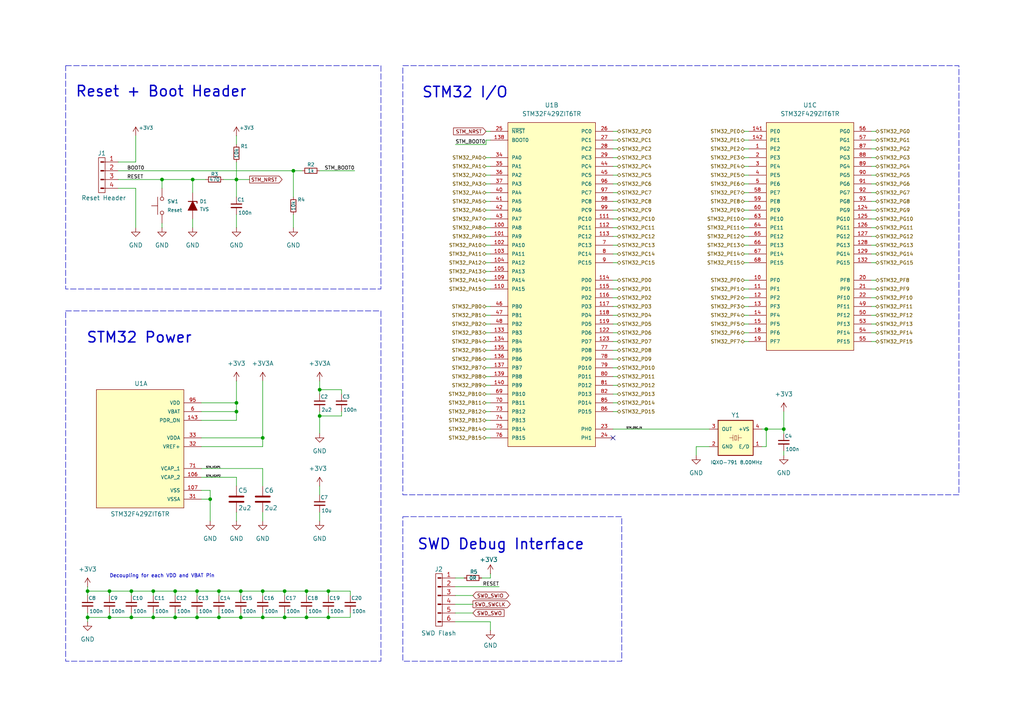
<source format=kicad_sch>
(kicad_sch (version 20250114) (generator "eeschema") (generator_version "9.0")
  (paper "A4")
  (title_block (title "LARS Hardware Interface") (date "2025-03-04") (rev "v1.0") (company "CAuDri e.V.") (comment 1 "Source: https://ohwr.org/cern_ohl_w_v2.txt") (comment 2 "A copy of the license is included in the LICENSE file.") (comment 3 "Redistribution and modifications must comply with CERN-OHL-W v2.") (comment 4 "This design is licensed under CERN Open Hardware Licence Version 2."))
  (rectangle (start 19.05 19.05) (end 110.49 83.82) (stroke (width 0) (type dash)))
  (rectangle (start 116.84 19.05) (end 278.13 143.51) (stroke (width 0) (type dash)))
  (rectangle (start 19.05 90.17) (end 110.49 191.77) (stroke (width 0) (type dash)))
  (rectangle (start 116.84 149.86) (end 180.34 191.77) (stroke (width 0) (type dash)))
  (text "Reset + Boot Header" (at 46.736 26.67 0) (effects (font (size 3.048 3.048) (thickness 0.4064) (bold yes))))
  (text "SWD Debug Interface" (at 145.288 157.988 0) (effects (font (size 3.048 3.048) (thickness 0.4064) (bold yes))))
  (text "STM32 I/O" (at 134.874 26.924 0) (effects (font (size 3.048 3.048) (thickness 0.4064) (bold yes))))
  (text "STM32 Power" (at 40.386 98.044 0) (effects (font (size 3.048 3.048) (thickness 0.4064) (bold yes))))
  (text "Decoupling for each VDD and VBAT Pin\n" (at 31.75 167.132 0) (effects (font (size 1.016 1.016)) (justify left)))
  (junction (at 92.71 113.03))
  (junction (at 95.25 179.07))
  (junction (at 82.55 179.07))
  (junction (at 63.5 179.07))
  (junction (at 76.2 179.07))
  (junction (at 82.55 171.45))
  (junction (at 46.99 52.07))
  (junction (at 63.5 171.45))
  (junction (at 50.8 179.07))
  (junction (at 60.96 144.78))
  (junction (at 55.88 52.07))
  (junction (at 88.9 179.07))
  (junction (at 25.4 171.45))
  (junction (at 38.1 171.45))
  (junction (at 25.4 179.07))
  (junction (at 68.58 52.07))
  (junction (at 50.8 171.45))
  (junction (at 68.58 119.38))
  (junction (at 95.25 171.45))
  (junction (at 222.25 124.46))
  (junction (at 31.75 179.07))
  (junction (at 92.71 120.65))
  (junction (at 44.45 171.45))
  (junction (at 227.33 124.46))
  (junction (at 85.09 49.53))
  (junction (at 88.9 171.45))
  (junction (at 68.58 116.84))
  (junction (at 76.2 171.45))
  (junction (at 76.2 127))
  (junction (at 38.1 179.07))
  (junction (at 69.85 179.07))
  (junction (at 57.15 171.45))
  (junction (at 69.85 171.45))
  (junction (at 57.15 179.07))
  (junction (at 44.45 179.07))
  (junction (at 31.75 171.45))
  (no_connect (at 177.8 127))
  (wire (pts (xy 201.93 129.54) (xy 205.74 129.54)))
  (wire (pts (xy 140.97 68.58) (xy 142.24 68.58)))
  (wire (pts (xy 254 40.64) (xy 252.73 40.64)))
  (wire (pts (xy 76.2 177.8) (xy 76.2 179.07)))
  (wire (pts (xy 68.58 110.49) (xy 68.58 116.84)))
  (wire (pts (xy 179.07 76.2) (xy 177.8 76.2)))
  (wire (pts (xy 58.42 135.89) (xy 76.2 135.89)))
  (wire (pts (xy 215.9 99.06) (xy 217.17 99.06)))
  (wire (pts (xy 140.97 93.98) (xy 142.24 93.98)))
  (wire (pts (xy 132.08 172.72) (xy 137.16 172.72)))
  (wire (pts (xy 215.9 86.36) (xy 217.17 86.36)))
  (wire (pts (xy 82.55 177.8) (xy 82.55 179.07)))
  (wire (pts (xy 179.07 116.84) (xy 177.8 116.84)))
  (wire (pts (xy 179.07 40.64) (xy 177.8 40.64)))
  (wire (pts (xy 179.07 66.04) (xy 177.8 66.04)))
  (wire (pts (xy 254 81.28) (xy 252.73 81.28)))
  (wire (pts (xy 140.97 73.66) (xy 142.24 73.66)))
  (wire (pts (xy 101.6 179.07) (xy 101.6 177.8)))
  (wire (pts (xy 179.07 38.1) (xy 177.8 38.1)))
  (wire (pts (xy 95.25 179.07) (xy 95.25 177.8)))
  (wire (pts (xy 179.07 55.88) (xy 177.8 55.88)))
  (wire (pts (xy 58.42 144.78) (xy 60.96 144.78)))
  (wire (pts (xy 179.07 96.52) (xy 177.8 96.52)))
  (wire (pts (xy 38.1 179.07) (xy 44.45 179.07)))
  (wire (pts (xy 215.9 53.34) (xy 217.17 53.34)))
  (wire (pts (xy 132.08 175.26) (xy 137.16 175.26)))
  (wire (pts (xy 76.2 148.59) (xy 76.2 151.13)))
  (wire (pts (xy 220.98 124.46) (xy 222.25 124.46)))
  (wire (pts (xy 179.07 111.76) (xy 177.8 111.76)))
  (wire (pts (xy 179.07 109.22) (xy 177.8 109.22)))
  (wire (pts (xy 254 63.5) (xy 252.73 63.5)))
  (wire (pts (xy 215.9 38.1) (xy 217.17 38.1)))
  (wire (pts (xy 140.97 45.72) (xy 142.24 45.72)))
  (wire (pts (xy 254 99.06) (xy 252.73 99.06)))
  (wire (pts (xy 88.9 179.07) (xy 88.9 177.8)))
  (wire (pts (xy 25.4 179.07) (xy 31.75 179.07)))
  (wire (pts (xy 179.07 43.18) (xy 177.8 43.18)))
  (wire (pts (xy 215.9 73.66) (xy 217.17 73.66)))
  (wire (pts (xy 254 53.34) (xy 252.73 53.34)))
  (wire (pts (xy 39.37 54.61) (xy 34.29 54.61)))
  (wire (pts (xy 55.88 66.04) (xy 55.88 63.5)))
  (wire (pts (xy 38.1 177.8) (xy 38.1 179.07)))
  (wire (pts (xy 50.8 179.07) (xy 57.15 179.07)))
  (wire (pts (xy 60.96 151.13) (xy 60.96 144.78)))
  (wire (pts (xy 140.97 60.96) (xy 142.24 60.96)))
  (wire (pts (xy 215.9 68.58) (xy 217.17 68.58)))
  (wire (pts (xy 140.97 121.92) (xy 142.24 121.92)))
  (wire (pts (xy 95.25 179.07) (xy 101.6 179.07)))
  (wire (pts (xy 50.8 172.72) (xy 50.8 171.45)))
  (wire (pts (xy 140.97 63.5) (xy 142.24 63.5)))
  (wire (pts (xy 140.97 104.14) (xy 142.24 104.14)))
  (wire (pts (xy 50.8 177.8) (xy 50.8 179.07)))
  (wire (pts (xy 179.07 58.42) (xy 177.8 58.42)))
  (wire (pts (xy 142.24 180.34) (xy 142.24 182.88)))
  (wire (pts (xy 227.33 132.08) (xy 227.33 130.81)))
  (wire (pts (xy 222.25 129.54) (xy 220.98 129.54)))
  (wire (pts (xy 254 58.42) (xy 252.73 58.42)))
  (wire (pts (xy 179.07 71.12) (xy 177.8 71.12)))
  (wire (pts (xy 215.9 45.72) (xy 217.17 45.72)))
  (wire (pts (xy 68.58 46.99) (xy 68.58 52.07)))
  (wire (pts (xy 25.4 171.45) (xy 31.75 171.45)))
  (wire (pts (xy 132.08 180.34) (xy 142.24 180.34)))
  (wire (pts (xy 58.42 116.84) (xy 68.58 116.84)))
  (wire (pts (xy 254 73.66) (xy 252.73 73.66)))
  (wire (pts (xy 82.55 179.07) (xy 88.9 179.07)))
  (wire (pts (xy 88.9 171.45) (xy 88.9 172.72)))
  (wire (pts (xy 254 50.8) (xy 252.73 50.8)))
  (wire (pts (xy 179.07 63.5) (xy 177.8 63.5)))
  (wire (pts (xy 140.97 81.28) (xy 142.24 81.28)))
  (wire (pts (xy 215.9 76.2) (xy 217.17 76.2)))
  (wire (pts (xy 140.97 96.52) (xy 142.24 96.52)))
  (wire (pts (xy 92.71 148.59) (xy 92.71 151.13)))
  (wire (pts (xy 179.07 114.3) (xy 177.8 114.3)))
  (wire (pts (xy 85.09 49.53) (xy 87.63 49.53)))
  (wire (pts (xy 68.58 119.38) (xy 68.58 121.92)))
  (wire (pts (xy 215.9 66.04) (xy 217.17 66.04)))
  (wire (pts (xy 31.75 172.72) (xy 31.75 171.45)))
  (wire (pts (xy 76.2 140.97) (xy 76.2 135.89)))
  (wire (pts (xy 140.97 124.46) (xy 142.24 124.46)))
  (wire (pts (xy 38.1 172.72) (xy 38.1 171.45)))
  (wire (pts (xy 25.4 172.72) (xy 25.4 171.45)))
  (wire (pts (xy 132.08 41.91) (xy 140.97 41.91)))
  (wire (pts (xy 140.97 109.22) (xy 142.24 109.22)))
  (wire (pts (xy 25.4 179.07) (xy 25.4 180.34)))
  (wire (pts (xy 179.07 119.38) (xy 177.8 119.38)))
  (wire (pts (xy 76.2 179.07) (xy 82.55 179.07)))
  (wire (pts (xy 222.25 124.46) (xy 227.33 124.46)))
  (wire (pts (xy 254 48.26) (xy 252.73 48.26)))
  (wire (pts (xy 69.85 171.45) (xy 76.2 171.45)))
  (wire (pts (xy 140.97 88.9) (xy 142.24 88.9)))
  (wire (pts (xy 140.97 78.74) (xy 142.24 78.74)))
  (wire (pts (xy 254 93.98) (xy 252.73 93.98)))
  (wire (pts (xy 85.09 49.53) (xy 85.09 57.15)))
  (wire (pts (xy 215.9 60.96) (xy 217.17 60.96)))
  (wire (pts (xy 179.07 50.8) (xy 177.8 50.8)))
  (wire (pts (xy 68.58 52.07) (xy 68.58 57.15)))
  (wire (pts (xy 55.88 52.07) (xy 59.69 52.07)))
  (wire (pts (xy 140.97 66.04) (xy 142.24 66.04)))
  (wire (pts (xy 57.15 172.72) (xy 57.15 171.45)))
  (wire (pts (xy 179.07 101.6) (xy 177.8 101.6)))
  (wire (pts (xy 179.07 68.58) (xy 177.8 68.58)))
  (wire (pts (xy 179.07 45.72) (xy 177.8 45.72)))
  (wire (pts (xy 132.08 170.18) (xy 144.78 170.18)))
  (wire (pts (xy 215.9 93.98) (xy 217.17 93.98)))
  (wire (pts (xy 44.45 179.07) (xy 50.8 179.07)))
  (wire (pts (xy 179.07 73.66) (xy 177.8 73.66)))
  (wire (pts (xy 201.93 129.54) (xy 201.93 132.08)))
  (wire (pts (xy 215.9 96.52) (xy 217.17 96.52)))
  (wire (pts (xy 76.2 110.49) (xy 76.2 127)))
  (wire (pts (xy 60.96 144.78) (xy 60.96 142.24)))
  (wire (pts (xy 254 83.82) (xy 252.73 83.82)))
  (wire (pts (xy 92.71 120.65) (xy 92.71 125.73)))
  (wire (pts (xy 179.07 106.68) (xy 177.8 106.68)))
  (wire (pts (xy 254 66.04) (xy 252.73 66.04)))
  (wire (pts (xy 99.06 119.38) (xy 99.06 120.65)))
  (wire (pts (xy 68.58 39.37) (xy 68.58 41.91)))
  (wire (pts (xy 140.97 40.64) (xy 142.24 40.64)))
  (wire (pts (xy 57.15 177.8) (xy 57.15 179.07)))
  (wire (pts (xy 140.97 111.76) (xy 142.24 111.76)))
  (wire (pts (xy 38.1 171.45) (xy 44.45 171.45)))
  (wire (pts (xy 34.29 52.07) (xy 46.99 52.07)))
  (wire (pts (xy 57.15 179.07) (xy 63.5 179.07)))
  (wire (pts (xy 55.88 55.88) (xy 55.88 52.07)))
  (wire (pts (xy 227.33 125.73) (xy 227.33 124.46)))
  (wire (pts (xy 140.97 48.26) (xy 142.24 48.26)))
  (wire (pts (xy 69.85 171.45) (xy 69.85 172.72)))
  (wire (pts (xy 215.9 48.26) (xy 217.17 48.26)))
  (wire (pts (xy 68.58 62.23) (xy 68.58 66.04)))
  (wire (pts (xy 140.97 55.88) (xy 142.24 55.88)))
  (wire (pts (xy 31.75 179.07) (xy 38.1 179.07)))
  (wire (pts (xy 82.55 171.45) (xy 88.9 171.45)))
  (wire (pts (xy 132.08 177.8) (xy 137.16 177.8)))
  (wire (pts (xy 215.9 91.44) (xy 217.17 91.44)))
  (wire (pts (xy 63.5 171.45) (xy 69.85 171.45)))
  (wire (pts (xy 58.42 127) (xy 76.2 127)))
  (wire (pts (xy 179.07 88.9) (xy 177.8 88.9)))
  (wire (pts (xy 215.9 55.88) (xy 217.17 55.88)))
  (wire (pts (xy 76.2 127) (xy 76.2 129.54)))
  (wire (pts (xy 140.97 53.34) (xy 142.24 53.34)))
  (wire (pts (xy 58.42 138.43) (xy 68.58 138.43)))
  (wire (pts (xy 254 86.36) (xy 252.73 86.36)))
  (wire (pts (xy 57.15 171.45) (xy 63.5 171.45)))
  (wire (pts (xy 215.9 63.5) (xy 217.17 63.5)))
  (wire (pts (xy 215.9 40.64) (xy 217.17 40.64)))
  (wire (pts (xy 63.5 177.8) (xy 63.5 179.07)))
  (wire (pts (xy 140.97 116.84) (xy 142.24 116.84)))
  (wire (pts (xy 44.45 177.8) (xy 44.45 179.07)))
  (wire (pts (xy 134.62 167.64) (xy 132.08 167.64)))
  (wire (pts (xy 25.4 171.45) (xy 25.4 170.18)))
  (wire (pts (xy 179.07 93.98) (xy 177.8 93.98)))
  (wire (pts (xy 140.97 127) (xy 142.24 127)))
  (wire (pts (xy 34.29 49.53) (xy 85.09 49.53)))
  (wire (pts (xy 179.07 104.14) (xy 177.8 104.14)))
  (wire (pts (xy 95.25 171.45) (xy 95.25 172.72)))
  (wire (pts (xy 254 91.44) (xy 252.73 91.44)))
  (wire (pts (xy 68.58 52.07) (xy 72.39 52.07)))
  (wire (pts (xy 227.33 119.38) (xy 227.33 124.46)))
  (wire (pts (xy 215.9 58.42) (xy 217.17 58.42)))
  (wire (pts (xy 254 96.52) (xy 252.73 96.52)))
  (wire (pts (xy 25.4 177.8) (xy 25.4 179.07)))
  (wire (pts (xy 215.9 83.82) (xy 217.17 83.82)))
  (wire (pts (xy 254 55.88) (xy 252.73 55.88)))
  (wire (pts (xy 95.25 171.45) (xy 101.6 171.45)))
  (wire (pts (xy 92.71 110.49) (xy 92.71 113.03)))
  (wire (pts (xy 179.07 81.28) (xy 177.8 81.28)))
  (wire (pts (xy 82.55 172.72) (xy 82.55 171.45)))
  (wire (pts (xy 46.99 64.77) (xy 46.99 66.04)))
  (wire (pts (xy 46.99 52.07) (xy 55.88 52.07)))
  (wire (pts (xy 254 43.18) (xy 252.73 43.18)))
  (wire (pts (xy 140.97 38.1) (xy 142.24 38.1)))
  (wire (pts (xy 68.58 138.43) (xy 68.58 140.97)))
  (wire (pts (xy 88.9 179.07) (xy 95.25 179.07)))
  (wire (pts (xy 58.42 129.54) (xy 76.2 129.54)))
  (wire (pts (xy 101.6 171.45) (xy 101.6 172.72)))
  (wire (pts (xy 92.71 120.65) (xy 99.06 120.65)))
  (wire (pts (xy 92.71 113.03) (xy 99.06 113.03)))
  (wire (pts (xy 179.07 53.34) (xy 177.8 53.34)))
  (wire (pts (xy 58.42 142.24) (xy 60.96 142.24)))
  (wire (pts (xy 92.71 113.03) (xy 92.71 114.3)))
  (wire (pts (xy 140.97 91.44) (xy 142.24 91.44)))
  (wire (pts (xy 215.9 81.28) (xy 217.17 81.28)))
  (wire (pts (xy 92.71 140.97) (xy 92.71 143.51)))
  (wire (pts (xy 85.09 62.23) (xy 85.09 66.04)))
  (wire (pts (xy 63.5 179.07) (xy 69.85 179.07)))
  (wire (pts (xy 179.07 60.96) (xy 177.8 60.96)))
  (wire (pts (xy 140.97 83.82) (xy 142.24 83.82)))
  (wire (pts (xy 50.8 171.45) (xy 57.15 171.45)))
  (wire (pts (xy 63.5 172.72) (xy 63.5 171.45)))
  (wire (pts (xy 68.58 148.59) (xy 68.58 151.13)))
  (wire (pts (xy 44.45 172.72) (xy 44.45 171.45)))
  (wire (pts (xy 142.24 166.37) (xy 142.24 167.64)))
  (wire (pts (xy 177.8 124.46) (xy 205.74 124.46)))
  (wire (pts (xy 44.45 171.45) (xy 50.8 171.45)))
  (wire (pts (xy 39.37 46.99) (xy 34.29 46.99)))
  (wire (pts (xy 140.97 99.06) (xy 142.24 99.06)))
  (wire (pts (xy 92.71 119.38) (xy 92.71 120.65)))
  (wire (pts (xy 140.97 50.8) (xy 142.24 50.8)))
  (wire (pts (xy 254 76.2) (xy 252.73 76.2)))
  (wire (pts (xy 254 60.96) (xy 252.73 60.96)))
  (wire (pts (xy 215.9 88.9) (xy 217.17 88.9)))
  (wire (pts (xy 76.2 171.45) (xy 82.55 171.45)))
  (wire (pts (xy 179.07 86.36) (xy 177.8 86.36)))
  (wire (pts (xy 39.37 66.04) (xy 39.37 54.61)))
  (wire (pts (xy 179.07 91.44) (xy 177.8 91.44)))
  (wire (pts (xy 179.07 48.26) (xy 177.8 48.26)))
  (wire (pts (xy 140.97 41.91) (xy 140.97 40.64)))
  (wire (pts (xy 69.85 179.07) (xy 69.85 177.8)))
  (wire (pts (xy 68.58 116.84) (xy 68.58 119.38)))
  (wire (pts (xy 31.75 171.45) (xy 38.1 171.45)))
  (wire (pts (xy 215.9 50.8) (xy 217.17 50.8)))
  (wire (pts (xy 46.99 52.07) (xy 46.99 54.61)))
  (wire (pts (xy 140.97 71.12) (xy 142.24 71.12)))
  (wire (pts (xy 88.9 171.45) (xy 95.25 171.45)))
  (wire (pts (xy 215.9 71.12) (xy 217.17 71.12)))
  (wire (pts (xy 254 38.1) (xy 252.73 38.1)))
  (wire (pts (xy 254 68.58) (xy 252.73 68.58)))
  (wire (pts (xy 69.85 179.07) (xy 76.2 179.07)))
  (wire (pts (xy 76.2 172.72) (xy 76.2 171.45)))
  (wire (pts (xy 140.97 76.2) (xy 142.24 76.2)))
  (wire (pts (xy 140.97 106.68) (xy 142.24 106.68)))
  (wire (pts (xy 140.97 101.6) (xy 142.24 101.6)))
  (wire (pts (xy 179.07 83.82) (xy 177.8 83.82)))
  (wire (pts (xy 31.75 177.8) (xy 31.75 179.07)))
  (wire (pts (xy 254 45.72) (xy 252.73 45.72)))
  (wire (pts (xy 140.97 114.3) (xy 142.24 114.3)))
  (wire (pts (xy 140.97 119.38) (xy 142.24 119.38)))
  (wire (pts (xy 58.42 119.38) (xy 68.58 119.38)))
  (wire (pts (xy 215.9 43.18) (xy 217.17 43.18)))
  (wire (pts (xy 64.77 52.07) (xy 68.58 52.07)))
  (wire (pts (xy 92.71 49.53) (xy 102.87 49.53)))
  (wire (pts (xy 140.97 58.42) (xy 142.24 58.42)))
  (wire (pts (xy 179.07 99.06) (xy 177.8 99.06)))
  (wire (pts (xy 142.24 167.64) (xy 139.7 167.64)))
  (wire (pts (xy 254 71.12) (xy 252.73 71.12)))
  (wire (pts (xy 99.06 114.3) (xy 99.06 113.03)))
  (wire (pts (xy 58.42 121.92) (xy 68.58 121.92)))
  (wire (pts (xy 254 88.9) (xy 252.73 88.9)))
  (wire (pts (xy 222.25 124.46) (xy 222.25 129.54)))
  (wire (pts (xy 39.37 39.37) (xy 39.37 46.99)))
  (label "STM_BOOT0" (at 132.08 41.91 0) (effects (font (size 1.016 1.016))))
  (label "STM_VCAP1" (at 59.69 135.89 0) (effects (font (size 0.508 0.508))))
  (label "RESET" (at 36.83 52.07 0) (effects (font (size 1.016 1.016))))
  (label "STM_OSC_IN" (at 181.61 124.46 0) (effects (font (size 0.508 0.508))))
  (label "STM_VCAP2" (at 59.69 138.43 0) (effects (font (size 0.508 0.508))))
  (label "STM_BOOT0" (at 102.87 49.53 180) (effects (font (size 1.016 1.016))))
  (label "BOOT0" (at 36.83 49.53 0) (effects (font (size 1.016 1.016))))
  (label "RESET" (at 144.78 170.18 180) (effects (font (size 1.016 1.016))))
  (global_label "SWD_SWIO" (shape bidirectional) (at 137.16 172.72 0) (effects (font (size 1.016 1.016))) (property "Intersheetrefs" "${INTERSHEET_REFS}" (effects (hide yes))))
  (global_label "SWD_SWCLK" (shape output) (at 137.16 175.26 0) (effects (font (size 1.016 1.016))) (property "Intersheetrefs" "${INTERSHEET_REFS}" (effects (hide yes))))
  (global_label "SWD_SWO" (shape input) (at 137.16 177.8 0) (effects (font (size 1.016 1.016))) (property "Intersheetrefs" "${INTERSHEET_REFS}" (effects (hide yes))))
  (global_label "STM_NRST" (shape input) (at 140.97 38.1 180) (effects (font (size 1.016 1.016))) (property "Intersheetrefs" "${INTERSHEET_REFS}" (effects (hide yes))))
  (global_label "STM_NRST" (shape output) (at 72.39 52.07 0) (effects (font (size 1.016 1.016))) (property "Intersheetrefs" "${INTERSHEET_REFS}" (effects (hide yes))))
  (hierarchical_label "STM32_PD7" (shape bidirectional) (at 179.07 99.06 0) (effects (font (size 1.016 1.016))))
  (hierarchical_label "STM32_PG4" (shape bidirectional) (at 254 48.26 0) (effects (font (size 1.016 1.016))))
  (hierarchical_label "STM32_PB2" (shape bidirectional) (at 140.97 93.98 180) (effects (font (size 1.016 1.016))))
  (hierarchical_label "STM32_PG10" (shape bidirectional) (at 254 63.5 0) (effects (font (size 1.016 1.016))))
  (hierarchical_label "STM32_PB14" (shape bidirectional) (at 140.97 124.46 180) (effects (font (size 1.016 1.016))))
  (hierarchical_label "STM32_PD5" (shape bidirectional) (at 179.07 93.98 0) (effects (font (size 1.016 1.016))))
  (hierarchical_label "STM32_PA0" (shape bidirectional) (at 140.97 45.72 180) (effects (font (size 1.016 1.016))))
  (hierarchical_label "STM32_PD2" (shape bidirectional) (at 179.07 86.36 0) (effects (font (size 1.016 1.016))))
  (hierarchical_label "STM32_PG14" (shape bidirectional) (at 254 73.66 0) (effects (font (size 1.016 1.016))))
  (hierarchical_label "STM32_PD15" (shape bidirectional) (at 179.07 119.38 0) (effects (font (size 1.016 1.016))))
  (hierarchical_label "STM32_PC15" (shape bidirectional) (at 179.07 76.2 0) (effects (font (size 1.016 1.016))))
  (hierarchical_label "STM32_PE10" (shape bidirectional) (at 215.9 63.5 180) (effects (font (size 1.016 1.016))))
  (hierarchical_label "STM32_PA8" (shape bidirectional) (at 140.97 66.04 180) (effects (font (size 1.016 1.016))))
  (hierarchical_label "STM32_PA7" (shape bidirectional) (at 140.97 63.5 180) (effects (font (size 1.016 1.016))))
  (hierarchical_label "STM32_PC1" (shape bidirectional) (at 179.07 40.64 0) (effects (font (size 1.016 1.016))))
  (hierarchical_label "STM32_PD0" (shape bidirectional) (at 179.07 81.28 0) (effects (font (size 1.016 1.016))))
  (hierarchical_label "STM32_PE9" (shape bidirectional) (at 215.9 60.96 180) (effects (font (size 1.016 1.016))))
  (hierarchical_label "STM32_PG5" (shape bidirectional) (at 254 50.8 0) (effects (font (size 1.016 1.016))))
  (hierarchical_label "STM32_PC10" (shape bidirectional) (at 179.07 63.5 0) (effects (font (size 1.016 1.016))))
  (hierarchical_label "STM32_PB4" (shape bidirectional) (at 140.97 99.06 180) (effects (font (size 1.016 1.016))))
  (hierarchical_label "STM32_PD8" (shape bidirectional) (at 179.07 101.6 0) (effects (font (size 1.016 1.016))))
  (hierarchical_label "STM32_PD4" (shape bidirectional) (at 179.07 91.44 0) (effects (font (size 1.016 1.016))))
  (hierarchical_label "STM32_PF1" (shape bidirectional) (at 215.9 83.82 180) (effects (font (size 1.016 1.016))))
  (hierarchical_label "STM32_PG15" (shape bidirectional) (at 254 76.2 0) (effects (font (size 1.016 1.016))))
  (hierarchical_label "STM32_PC2" (shape bidirectional) (at 179.07 43.18 0) (effects (font (size 1.016 1.016))))
  (hierarchical_label "STM32_PD10" (shape bidirectional) (at 179.07 106.68 0) (effects (font (size 1.016 1.016))))
  (hierarchical_label "STM32_PF12" (shape bidirectional) (at 254 91.44 0) (effects (font (size 1.016 1.016))))
  (hierarchical_label "STM32_PE4" (shape bidirectional) (at 215.9 48.26 180) (effects (font (size 1.016 1.016))))
  (hierarchical_label "STM32_PE12" (shape bidirectional) (at 215.9 68.58 180) (effects (font (size 1.016 1.016))))
  (hierarchical_label "STM32_PC12" (shape bidirectional) (at 179.07 68.58 0) (effects (font (size 1.016 1.016))))
  (hierarchical_label "STM32_PE2" (shape bidirectional) (at 215.9 43.18 180) (effects (font (size 1.016 1.016))))
  (hierarchical_label "STM32_PC14" (shape bidirectional) (at 179.07 73.66 0) (effects (font (size 1.016 1.016))))
  (hierarchical_label "STM32_PA10" (shape bidirectional) (at 140.97 71.12 180) (effects (font (size 1.016 1.016))))
  (hierarchical_label "STM32_PC13" (shape bidirectional) (at 179.07 71.12 0) (effects (font (size 1.016 1.016))))
  (hierarchical_label "STM32_PA2" (shape bidirectional) (at 140.97 50.8 180) (effects (font (size 1.016 1.016))))
  (hierarchical_label "STM32_PG7" (shape bidirectional) (at 254 55.88 0) (effects (font (size 1.016 1.016))))
  (hierarchical_label "STM32_PE6" (shape bidirectional) (at 215.9 53.34 180) (effects (font (size 1.016 1.016))))
  (hierarchical_label "STM32_PA4" (shape bidirectional) (at 140.97 55.88 180) (effects (font (size 1.016 1.016))))
  (hierarchical_label "STM32_PE8" (shape bidirectional) (at 215.9 58.42 180) (effects (font (size 1.016 1.016))))
  (hierarchical_label "STM32_PA11" (shape bidirectional) (at 140.97 73.66 180) (effects (font (size 1.016 1.016))))
  (hierarchical_label "STM32_PA15" (shape bidirectional) (at 140.97 83.82 180) (effects (font (size 1.016 1.016))))
  (hierarchical_label "STM32_PC4" (shape bidirectional) (at 179.07 48.26 0) (effects (font (size 1.016 1.016))))
  (hierarchical_label "STM32_PB10" (shape bidirectional) (at 140.97 114.3 180) (effects (font (size 1.016 1.016))))
  (hierarchical_label "STM32_PC9" (shape bidirectional) (at 179.07 60.96 0) (effects (font (size 1.016 1.016))))
  (hierarchical_label "STM32_PE13" (shape bidirectional) (at 215.9 71.12 180) (effects (font (size 1.016 1.016))))
  (hierarchical_label "STM32_PE0" (shape bidirectional) (at 215.9 38.1 180) (effects (font (size 1.016 1.016))))
  (hierarchical_label "STM32_PC11" (shape bidirectional) (at 179.07 66.04 0) (effects (font (size 1.016 1.016))))
  (hierarchical_label "STM32_PE7" (shape bidirectional) (at 215.9 55.88 180) (effects (font (size 1.016 1.016))))
  (hierarchical_label "STM32_PB15" (shape bidirectional) (at 140.97 127 180) (effects (font (size 1.016 1.016))))
  (hierarchical_label "STM32_PB11" (shape bidirectional) (at 140.97 116.84 180) (effects (font (size 1.016 1.016))))
  (hierarchical_label "STM32_PC8" (shape bidirectional) (at 179.07 58.42 0) (effects (font (size 1.016 1.016))))
  (hierarchical_label "STM32_PA5" (shape bidirectional) (at 140.97 58.42 180) (effects (font (size 1.016 1.016))))
  (hierarchical_label "STM32_PD3" (shape bidirectional) (at 179.07 88.9 0) (effects (font (size 1.016 1.016))))
  (hierarchical_label "STM32_PG2" (shape bidirectional) (at 254 43.18 0) (effects (font (size 1.016 1.016))))
  (hierarchical_label "STM32_PC7" (shape bidirectional) (at 179.07 55.88 0) (effects (font (size 1.016 1.016))))
  (hierarchical_label "STM32_PE14" (shape bidirectional) (at 215.9 73.66 180) (effects (font (size 1.016 1.016))))
  (hierarchical_label "STM32_PF5" (shape bidirectional) (at 215.9 93.98 180) (effects (font (size 1.016 1.016))))
  (hierarchical_label "STM32_PA1" (shape bidirectional) (at 140.97 48.26 180) (effects (font (size 1.016 1.016))))
  (hierarchical_label "STM32_PA6" (shape bidirectional) (at 140.97 60.96 180) (effects (font (size 1.016 1.016))))
  (hierarchical_label "STM32_PA12" (shape bidirectional) (at 140.97 76.2 180) (effects (font (size 1.016 1.016))))
  (hierarchical_label "STM32_PB9" (shape bidirectional) (at 140.97 111.76 180) (effects (font (size 1.016 1.016))))
  (hierarchical_label "STM32_PA13" (shape bidirectional) (at 140.97 78.74 180) (effects (font (size 1.016 1.016))))
  (hierarchical_label "STM32_PF13" (shape bidirectional) (at 254 93.98 0) (effects (font (size 1.016 1.016))))
  (hierarchical_label "STM32_PE5" (shape bidirectional) (at 215.9 50.8 180) (effects (font (size 1.016 1.016))))
  (hierarchical_label "STM32_PB3" (shape bidirectional) (at 140.97 96.52 180) (effects (font (size 1.016 1.016))))
  (hierarchical_label "STM32_PG0" (shape bidirectional) (at 254 38.1 0) (effects (font (size 1.016 1.016))))
  (hierarchical_label "STM32_PB0" (shape bidirectional) (at 140.97 88.9 180) (effects (font (size 1.016 1.016))))
  (hierarchical_label "STM32_PC5" (shape bidirectional) (at 179.07 50.8 0) (effects (font (size 1.016 1.016))))
  (hierarchical_label "STM32_PA3" (shape bidirectional) (at 140.97 53.34 180) (effects (font (size 1.016 1.016))))
  (hierarchical_label "STM32_PB12" (shape bidirectional) (at 140.97 119.38 180) (effects (font (size 1.016 1.016))))
  (hierarchical_label "STM32_PB6" (shape bidirectional) (at 140.97 104.14 180) (effects (font (size 1.016 1.016))))
  (hierarchical_label "STM32_PG9" (shape bidirectional) (at 254 60.96 0) (effects (font (size 1.016 1.016))))
  (hierarchical_label "STM32_PG3" (shape bidirectional) (at 254 45.72 0) (effects (font (size 1.016 1.016))))
  (hierarchical_label "STM32_PF0" (shape bidirectional) (at 215.9 81.28 180) (effects (font (size 1.016 1.016))))
  (hierarchical_label "STM32_PC0" (shape bidirectional) (at 179.07 38.1 0) (effects (font (size 1.016 1.016))))
  (hierarchical_label "STM32_PF4" (shape bidirectional) (at 215.9 91.44 180) (effects (font (size 1.016 1.016))))
  (hierarchical_label "STM32_PC6" (shape bidirectional) (at 179.07 53.34 0) (effects (font (size 1.016 1.016))))
  (hierarchical_label "STM32_PD14" (shape bidirectional) (at 179.07 116.84 0) (effects (font (size 1.016 1.016))))
  (hierarchical_label "STM32_PF8" (shape bidirectional) (at 254 81.28 0) (effects (font (size 1.016 1.016))))
  (hierarchical_label "STM32_PB8" (shape bidirectional) (at 140.97 109.22 180) (effects (font (size 1.016 1.016))))
  (hierarchical_label "STM32_PD12" (shape bidirectional) (at 179.07 111.76 0) (effects (font (size 1.016 1.016))))
  (hierarchical_label "STM32_PF9" (shape bidirectional) (at 254 83.82 0) (effects (font (size 1.016 1.016))))
  (hierarchical_label "STM32_PD6" (shape bidirectional) (at 179.07 96.52 0) (effects (font (size 1.016 1.016))))
  (hierarchical_label "STM32_PF2" (shape bidirectional) (at 215.9 86.36 180) (effects (font (size 1.016 1.016))))
  (hierarchical_label "STM32_PD9" (shape bidirectional) (at 179.07 104.14 0) (effects (font (size 1.016 1.016))))
  (hierarchical_label "STM32_PC3" (shape bidirectional) (at 179.07 45.72 0) (effects (font (size 1.016 1.016))))
  (hierarchical_label "STM32_PF10" (shape bidirectional) (at 254 86.36 0) (effects (font (size 1.016 1.016))))
  (hierarchical_label "STM32_PG1" (shape bidirectional) (at 254 40.64 0) (effects (font (size 1.016 1.016))))
  (hierarchical_label "STM32_PB1" (shape bidirectional) (at 140.97 91.44 180) (effects (font (size 1.016 1.016))))
  (hierarchical_label "STM32_PD1" (shape bidirectional) (at 179.07 83.82 0) (effects (font (size 1.016 1.016))))
  (hierarchical_label "STM32_PE1" (shape bidirectional) (at 215.9 40.64 180) (effects (font (size 1.016 1.016))))
  (hierarchical_label "STM32_PF3" (shape bidirectional) (at 215.9 88.9 180) (effects (font (size 1.016 1.016))))
  (hierarchical_label "STM32_PG8" (shape bidirectional) (at 254 58.42 0) (effects (font (size 1.016 1.016))))
  (hierarchical_label "STM32_PE3" (shape bidirectional) (at 215.9 45.72 180) (effects (font (size 1.016 1.016))))
  (hierarchical_label "STM32_PB5" (shape bidirectional) (at 140.97 101.6 180) (effects (font (size 1.016 1.016))))
  (hierarchical_label "STM32_PG12" (shape bidirectional) (at 254 68.58 0) (effects (font (size 1.016 1.016))))
  (hierarchical_label "STM32_PG6" (shape bidirectional) (at 254 53.34 0) (effects (font (size 1.016 1.016))))
  (hierarchical_label "STM32_PF14" (shape bidirectional) (at 254 96.52 0) (effects (font (size 1.016 1.016))))
  (hierarchical_label "STM32_PF11" (shape bidirectional) (at 254 88.9 0) (effects (font (size 1.016 1.016))))
  (hierarchical_label "STM32_PE11" (shape bidirectional) (at 215.9 66.04 180) (effects (font (size 1.016 1.016))))
  (hierarchical_label "STM32_PB7" (shape bidirectional) (at 140.97 106.68 180) (effects (font (size 1.016 1.016))))
  (hierarchical_label "STM32_PE15" (shape bidirectional) (at 215.9 76.2 180) (effects (font (size 1.016 1.016))))
  (hierarchical_label "STM32_PG11" (shape bidirectional) (at 254 66.04 0) (effects (font (size 1.016 1.016))))
  (hierarchical_label "STM32_PA14" (shape bidirectional) (at 140.97 81.28 180) (effects (font (size 1.016 1.016))))
  (hierarchical_label "STM32_PG13" (shape bidirectional) (at 254 71.12 0) (effects (font (size 1.016 1.016))))
  (hierarchical_label "STM32_PF7" (shape bidirectional) (at 215.9 99.06 180) (effects (font (size 1.016 1.016))))
  (hierarchical_label "STM32_PD13" (shape bidirectional) (at 179.07 114.3 0) (effects (font (size 1.016 1.016))))
  (hierarchical_label "STM32_PD11" (shape bidirectional) (at 179.07 109.22 0) (effects (font (size 1.016 1.016))))
  (hierarchical_label "STM32_PB13" (shape bidirectional) (at 140.97 121.92 180) (effects (font (size 1.016 1.016))))
  (hierarchical_label "STM32_PA9" (shape bidirectional) (at 140.97 68.58 180) (effects (font (size 1.016 1.016))))
  (hierarchical_label "STM32_PF15" (shape bidirectional) (at 254 99.06 0) (effects (font (size 1.016 1.016))))
  (hierarchical_label "STM32_PF6" (shape bidirectional) (at 215.9 96.52 180) (effects (font (size 1.016 1.016))))
  (symbol (lib_id "LARS_Hardware_Interface:R_Small") (at 68.58 44.45 180) (unit 1)
    (property "Reference" "R1" (at 70.866 42.418 0) (effects (font (size 1.016 1.016))))
    (property "Value" "10k" (at 68.58 44.45 90) (effects (font (size 1.016 1.016))))
    (property "Footprint" "LARS_Hardware_Interface:R_0805_2012Metric" (effects (hide yes)))
    (property "Description" "Resistor, small symbol" (effects (hide yes)))
  )
  (symbol (lib_id "LARS_Hardware_Interface:C_Small") (at 101.6 175.26 0) (unit 1)
    (property "Reference" "C20" (at 101.854 173.482 0) (effects (font (size 1.016 1.016)) (justify left)))
    (property "Value" "100n" (at 102.108 177.292 0) (effects (font (size 1.016 1.016)) (justify left)))
    (property "Footprint" "LARS_Hardware_Interface:C_0805_2012Metric" (effects (hide yes)))
    (property "Description" "Unpolarized capacitor, small symbol" (effects (hide yes)))
  )
  (symbol (lib_id "LARS_Hardware_Interface:C_Small") (at 82.55 175.26 0) (unit 1)
    (property "Reference" "C17" (at 82.804 173.482 0) (effects (font (size 1.016 1.016)) (justify left)))
    (property "Value" "100n" (at 83.058 177.292 0) (effects (font (size 1.016 1.016)) (justify left)))
    (property "Footprint" "LARS_Hardware_Interface:C_0805_2012Metric" (effects (hide yes)))
    (property "Description" "Unpolarized capacitor, small symbol" (effects (hide yes)))
  )
  (symbol (lib_id "power:+3.3V") (at 68.58 110.49 0) (unit 1)
    (property "Reference" "#PWR09" (effects (hide yes)))
    (property "Value" "+3V3" (at 68.58 105.41 0))
    (property "Description" "Power symbol creates a global label with name \"+3.3V\"" (effects (hide yes)))
  )
  (symbol (lib_id "LARS_Hardware_Interface:C") (at 68.58 144.78 0) (unit 1)
    (property "Reference" "C5" (at 69.088 142.24 0) (effects (justify left)))
    (property "Value" "2u2" (at 69.088 147.32 0) (effects (justify left)))
    (property "Footprint" "LARS_Hardware_Interface:C_0805_2012Metric" (effects (hide yes)))
    (property "Description" "Unpolarized capacitor" (effects (hide yes)))
  )
  (symbol (lib_id "LARS_Hardware_Interface:R_Small") (at 137.16 167.64 90) (unit 1)
    (property "Reference" "R5" (at 137.414 165.862 90) (effects (font (size 1.016 1.016))))
    (property "Value" "0R" (at 137.16 167.64 90) (effects (font (size 1.016 1.016))))
    (property "Footprint" "LARS_Hardware_Interface:R_0805_2012Metric_Pad1.20x1.40mm_HandSolder" (effects (hide yes)))
    (property "Description" "Resistor, small symbol" (effects (hide yes)))
  )
  (symbol (lib_id "power:GND") (at 76.2 151.13 0) (unit 1)
    (property "Reference" "#PWR019" (effects (hide yes)))
    (property "Value" "GND" (at 76.2 156.21 0))
    (property "Description" "Power symbol creates a global label with name \"GND\" , ground" (effects (hide yes)))
  )
  (symbol (lib_id "LARS_Hardware_Interface:C_Small") (at 95.25 175.26 0) (unit 1)
    (property "Reference" "C19" (at 95.504 173.482 0) (effects (font (size 1.016 1.016)) (justify left)))
    (property "Value" "100n" (at 95.758 177.292 0) (effects (font (size 1.016 1.016)) (justify left)))
    (property "Footprint" "LARS_Hardware_Interface:C_0805_2012Metric" (effects (hide yes)))
    (property "Description" "Unpolarized capacitor, small symbol" (effects (hide yes)))
  )
  (symbol (lib_id "power:+3.3V") (at 92.71 110.49 0) (unit 1)
    (property "Reference" "#PWR011" (effects (hide yes)))
    (property "Value" "+3V3A" (at 92.71 105.41 0))
    (property "Description" "Power symbol creates a global label with name \"+3.3V\"" (effects (hide yes)))
  )
  (symbol (lib_id "LARS_Hardware_Interface:Pin Header 1x4") (at 29.21 49.53 0) (unit 1)
    (property "Reference" "J1" (at 30.734 44.45 0) (effects (justify right)))
    (property "Value" "Reset Header" (at 36.576 57.404 0) (effects (justify right)))
    (property "Footprint" "LARS_Hardware_Interface:PinHeader_1x04_P2.54mm_Vertical" (effects (hide yes)))
    (property "Description" "Pin Header with 2.54mm pitch for Dupont Connectors" (effects (hide yes)))
  )
  (symbol (lib_id "power:GND") (at 68.58 66.04 0) (unit 1)
    (property "Reference" "#PWR07" (effects (hide yes)))
    (property "Value" "GND" (at 68.58 71.12 0))
    (property "Description" "Power symbol creates a global label with name \"GND\" , ground" (effects (hide yes)))
  )
  (symbol (lib_id "LARS_Hardware_Interface:C_Small") (at 31.75 175.26 0) (unit 1)
    (property "Reference" "C9" (at 32.004 173.482 0) (effects (font (size 1.016 1.016)) (justify left)))
    (property "Value" "100n" (at 32.258 177.292 0) (effects (font (size 1.016 1.016)) (justify left)))
    (property "Footprint" "LARS_Hardware_Interface:C_0805_2012Metric" (effects (hide yes)))
    (property "Description" "Unpolarized capacitor, small symbol" (effects (hide yes)))
  )
  (symbol (lib_id "power:+3.3V") (at 227.33 119.38 0) (unit 1)
    (property "Reference" "#PWR012" (effects (hide yes)))
    (property "Value" "+3V3" (at 227.33 114.3 0))
    (property "Description" "Power symbol creates a global label with name \"+3.3V\"" (effects (hide yes)))
  )
  (symbol (lib_id "LARS_Hardware_Interface:C_Small") (at 25.4 175.26 0) (unit 1)
    (property "Reference" "C8" (at 25.654 173.482 0) (effects (font (size 1.016 1.016)) (justify left)))
    (property "Value" "100n" (at 25.908 177.292 0) (effects (font (size 1.016 1.016)) (justify left)))
    (property "Footprint" "LARS_Hardware_Interface:C_0805_2012Metric" (effects (hide yes)))
    (property "Description" "Unpolarized capacitor, small symbol" (effects (hide yes)))
  )
  (symbol (lib_id "power:+3.3V") (at 92.71 140.97 0) (unit 1)
    (property "Reference" "#PWR016" (effects (hide yes)))
    (property "Value" "+3V3" (at 92.202 135.89 0))
    (property "Description" "Power symbol creates a global label with name \"+3.3V\"" (effects (hide yes)))
  )
  (symbol (lib_id "LARS_Hardware_Interface:C_Small") (at 99.06 116.84 0) (unit 1)
    (property "Reference" "C3" (at 99.314 115.062 0) (effects (font (size 1.016 1.016)) (justify left)))
    (property "Value" "100n" (at 99.568 118.872 0) (effects (font (size 1.016 1.016)) (justify left)))
    (property "Footprint" "LARS_Hardware_Interface:C_0805_2012Metric" (effects (hide yes)))
    (property "Description" "Unpolarized capacitor, small symbol" (effects (hide yes)))
  )
  (symbol (lib_id "power:+3.3V") (at 39.37 39.37 0) (mirror y) (unit 1)
    (property "Reference" "#PWR02" (effects (hide yes)))
    (property "Value" "+3V3" (at 44.45 37.084 0) (effects (font (size 1.016 1.016)) (justify left)))
    (property "Description" "Power symbol creates a global label with name \"+3.3V\"" (effects (hide yes)))
  )
  (symbol (lib_id "LARS_Hardware_Interface:STM32F429ZIT6TR") (at 40.64 132.08 0) (unit 1)
    (property "Reference" "U1" (at 40.894 111.252 0))
    (property "Value" "STM32F429ZIT6TR" (at 40.64 149.098 0))
    (property "Footprint" "LARS_Hardware_Interface:STM32F429ZIT6TR" (effects (hide yes)))
    (property "Description" "STM32 F429 Microcontroller 144-Pin LQFP" (effects (hide yes)))
    (property "Package" "LQFP-144 STMicroelectronics" (effects (hide yes)))
    (property "MANUFACTURER" "ST Microelectronics" (effects (hide yes)))
  )
  (symbol (lib_id "LARS_Hardware_Interface:WE-SPXO_IQXO-791") (at 213.36 127 0) (mirror y) (unit 1)
    (property "Reference" "Y1" (at 213.36 120.396 0))
    (property "Value" "IQXO-791 8.00MHz" (at 213.614 134.112 0) (effects (font (size 1.016 1.016))))
    (property "Footprint" "LARS_Hardware_Interface:WE-SPXO_IQXO-791" (effects (hide yes)))
    (property "MF" "Würth Elektronik" (effects (hide yes)))
    (property "Description_1" "\n                        \n                            WE-SPXO CRYSTAL OSCILLATOR 8.0 M\n                        \n" (effects (hide yes)))
    (property "Package" "None" (effects (hide yes)))
    (property "Price" "None" (effects (hide yes)))
    (property "SnapEDA_Link" "https://www.snapeda.com/parts/831072801/W%25C3%25BCrth+Elektronik+Midcom/view-part/?ref=snap" (effects (hide yes)))
    (property "MP" "831072801" (effects (hide yes)))
    (property "Availability" "In Stock" (effects (hide yes)))
    (property "Check_prices" "https://www.snapeda.com/parts/831072801/W%25C3%25BCrth+Elektronik+Midcom/view-part/?ref=eda" (effects (hide yes)))
  )
  (symbol (lib_id "power:+3.3V") (at 142.24 166.37 0) (unit 1)
    (property "Reference" "#PWR021" (effects (hide yes)))
    (property "Value" "+3V3" (at 141.732 162.306 0))
    (property "Description" "Power symbol creates a global label with name \"+3.3V\"" (effects (hide yes)))
  )
  (symbol (lib_id "LARS_Hardware_Interface:C_Small") (at 44.45 175.26 0) (unit 1)
    (property "Reference" "C11" (at 44.704 173.482 0) (effects (font (size 1.016 1.016)) (justify left)))
    (property "Value" "100n" (at 44.958 177.292 0) (effects (font (size 1.016 1.016)) (justify left)))
    (property "Footprint" "LARS_Hardware_Interface:C_0805_2012Metric" (effects (hide yes)))
    (property "Description" "Unpolarized capacitor, small symbol" (effects (hide yes)))
  )
  (symbol (lib_id "LARS_Hardware_Interface:C") (at 76.2 144.78 0) (unit 1)
    (property "Reference" "C6" (at 76.708 142.24 0) (effects (justify left)))
    (property "Value" "2u2" (at 76.708 147.32 0) (effects (justify left)))
    (property "Footprint" "LARS_Hardware_Interface:C_0805_2012Metric" (effects (hide yes)))
    (property "Description" "Unpolarized capacitor" (effects (hide yes)))
  )
  (symbol (lib_id "LARS_Hardware_Interface:C_Small") (at 68.58 59.69 0) (unit 1)
    (property "Reference" "C1" (at 68.834 57.912 0) (effects (font (size 1.016 1.016)) (justify left)))
    (property "Value" "100n" (at 69.088 61.722 0) (effects (font (size 1.016 1.016)) (justify left)))
    (property "Footprint" "LARS_Hardware_Interface:C_0805_2012Metric" (effects (hide yes)))
    (property "Description" "Unpolarized capacitor, small symbol" (effects (hide yes)))
  )
  (symbol (lib_id "LARS_Hardware_Interface:Pin Header 1x6") (at 127 172.72 0) (unit 1)
    (property "Reference" "J2" (at 127.254 165.1 0))
    (property "Value" "SWD Flash" (at 127.254 183.642 0))
    (property "Footprint" "LARS_Hardware_Interface:PinHeader_1x06_P2.54mm_Vertical" (effects (hide yes)))
    (property "Description" "Pin Header with 2.54mm pitch for Dupont Connectors" (effects (hide yes)))
  )
  (symbol (lib_id "LARS_Hardware_Interface:R_Small") (at 85.09 59.69 180) (unit 1)
    (property "Reference" "R4" (at 87.376 57.912 0) (effects (font (size 1.016 1.016))))
    (property "Value" "10k" (at 85.09 59.69 90) (effects (font (size 1.016 1.016))))
    (property "Footprint" "LARS_Hardware_Interface:R_0805_2012Metric" (effects (hide yes)))
    (property "Description" "Resistor, small symbol" (effects (hide yes)))
  )
  (symbol (lib_id "LARS_Hardware_Interface:C_Small") (at 88.9 175.26 0) (unit 1)
    (property "Reference" "C18" (at 89.154 173.482 0) (effects (font (size 1.016 1.016)) (justify left)))
    (property "Value" "100n" (at 89.408 177.292 0) (effects (font (size 1.016 1.016)) (justify left)))
    (property "Footprint" "LARS_Hardware_Interface:C_0805_2012Metric" (effects (hide yes)))
    (property "Description" "Unpolarized capacitor, small symbol" (effects (hide yes)))
  )
  (symbol (lib_id "LARS_Hardware_Interface:C_Small") (at 63.5 175.26 0) (unit 1)
    (property "Reference" "C14" (at 63.754 173.482 0) (effects (font (size 1.016 1.016)) (justify left)))
    (property "Value" "100n" (at 64.008 177.292 0) (effects (font (size 1.016 1.016)) (justify left)))
    (property "Footprint" "LARS_Hardware_Interface:C_0805_2012Metric" (effects (hide yes)))
    (property "Description" "Unpolarized capacitor, small symbol" (effects (hide yes)))
  )
  (symbol (lib_id "LARS_Hardware_Interface:D_TVS") (at 55.88 59.69 270) (unit 1)
    (property "Reference" "D1" (at 57.912 58.42 90) (effects (font (size 1 1)) (justify left)))
    (property "Value" "TVS" (at 57.912 60.706 90) (effects (font (size 1 1)) (justify left)))
    (property "Footprint" "LARS_Hardware_Interface:STS321050U182" (effects (hide yes)))
    (property "Description" "Unidirectional TVS diode, filled shape" (effects (hide yes)))
  )
  (symbol (lib_id "LARS_Hardware_Interface:C_Small") (at 76.2 175.26 0) (unit 1)
    (property "Reference" "C16" (at 76.454 173.482 0) (effects (font (size 1.016 1.016)) (justify left)))
    (property "Value" "100n" (at 76.708 177.292 0) (effects (font (size 1.016 1.016)) (justify left)))
    (property "Footprint" "LARS_Hardware_Interface:C_0805_2012Metric" (effects (hide yes)))
    (property "Description" "Unpolarized capacitor, small symbol" (effects (hide yes)))
  )
  (symbol (lib_id "power:+3.3V") (at 25.4 170.18 0) (unit 1)
    (property "Reference" "#PWR022" (effects (hide yes)))
    (property "Value" "+3V3" (at 25.4 165.1 0))
    (property "Description" "Power symbol creates a global label with name \"+3.3V\"" (effects (hide yes)))
  )
  (symbol (lib_id "power:GND") (at 201.93 132.08 0) (unit 1)
    (property "Reference" "#PWR014" (effects (hide yes)))
    (property "Value" "GND" (at 201.93 137.16 0))
    (property "Description" "Power symbol creates a global label with name \"GND\" , ground" (effects (hide yes)))
  )
  (symbol (lib_id "power:GND") (at 227.33 132.08 0) (unit 1)
    (property "Reference" "#PWR015" (effects (hide yes)))
    (property "Value" "GND" (at 227.33 137.16 0))
    (property "Description" "Power symbol creates a global label with name \"GND\" , ground" (effects (hide yes)))
  )
  (symbol (lib_id "LARS_Hardware_Interface:C_Small") (at 227.33 128.27 0) (unit 1)
    (property "Reference" "C4" (at 227.584 126.492 0) (effects (font (size 1.016 1.016)) (justify left)))
    (property "Value" "100n" (at 227.838 130.302 0) (effects (font (size 1.016 1.016)) (justify left)))
    (property "Footprint" "LARS_Hardware_Interface:C_0805_2012Metric" (effects (hide yes)))
    (property "Description" "Unpolarized capacitor, small symbol" (effects (hide yes)))
  )
  (symbol (lib_id "LARS_Hardware_Interface:C_Small") (at 92.71 116.84 0) (unit 1)
    (property "Reference" "C2" (at 92.964 115.062 0) (effects (font (size 1.016 1.016)) (justify left)))
    (property "Value" "2u2" (at 93.218 118.872 0) (effects (font (size 1.016 1.016)) (justify left)))
    (property "Footprint" "LARS_Hardware_Interface:C_0805_2012Metric" (effects (hide yes)))
    (property "Description" "Unpolarized capacitor, small symbol" (effects (hide yes)))
  )
  (symbol (lib_id "power:GND") (at 39.37 66.04 0) (unit 1)
    (property "Reference" "#PWR04" (effects (hide yes)))
    (property "Value" "GND" (at 39.37 71.12 0))
    (property "Description" "Power symbol creates a global label with name \"GND\" , ground" (effects (hide yes)))
  )
  (symbol (lib_id "power:GND") (at 60.96 151.13 0) (unit 1)
    (property "Reference" "#PWR017" (effects (hide yes)))
    (property "Value" "GND" (at 60.96 156.21 0))
    (property "Description" "Power symbol creates a global label with name \"GND\" , ground" (effects (hide yes)))
  )
  (symbol (lib_id "LARS_Hardware_Interface:STM32F429ZIT6TR") (at 160.02 81.28 0) (unit 2)
    (property "Reference" "U1" (at 160.02 30.48 0))
    (property "Value" "STM32F429ZIT6TR" (at 160.02 33.02 0))
    (property "Footprint" "LARS_Hardware_Interface:STM32F429ZIT6TR" (effects (hide yes)))
    (property "Description" "STM32 F429 Microcontroller 144-Pin LQFP" (effects (hide yes)))
    (property "Package" "LQFP-144 STMicroelectronics" (effects (hide yes)))
    (property "MANUFACTURER" "ST Microelectronics" (effects (hide yes)))
  )
  (symbol (lib_id "power:GND") (at 142.24 182.88 0) (mirror y) (unit 1)
    (property "Reference" "#PWR024" (effects (hide yes)))
    (property "Value" "GND" (at 140.208 187.198 0) (effects (justify right)))
    (property "Description" "Power symbol creates a global label with name \"GND\" , ground" (effects (hide yes)))
  )
  (symbol (lib_id "LARS_Hardware_Interface:STM32F429ZIT6TR") (at 234.95 68.58 0) (unit 3)
    (property "Reference" "U1" (at 234.95 30.48 0))
    (property "Value" "STM32F429ZIT6TR" (at 234.95 33.02 0))
    (property "Footprint" "LARS_Hardware_Interface:STM32F429ZIT6TR" (effects (hide yes)))
    (property "Description" "STM32 F429 Microcontroller 144-Pin LQFP" (effects (hide yes)))
    (property "Package" "LQFP-144 STMicroelectronics" (effects (hide yes)))
    (property "MANUFACTURER" "ST Microelectronics" (effects (hide yes)))
  )
  (symbol (lib_id "LARS_Hardware_Interface:SW_Push") (at 46.99 59.69 90) (unit 1)
    (property "Reference" "SW1" (at 48.514 58.42 90) (effects (font (size 1.016 1.016)) (justify right)))
    (property "Value" "Reset" (at 48.514 60.96 90) (effects (font (size 1.016 1.016)) (justify right)))
    (property "Footprint" "LARS_Hardware_Interface:430182043816" (effects (hide yes)))
    (property "Description" "Push button switch, generic, two pins" (effects (hide yes)))
  )
  (symbol (lib_id "LARS_Hardware_Interface:C_Small") (at 38.1 175.26 0) (unit 1)
    (property "Reference" "C10" (at 38.354 173.482 0) (effects (font (size 1.016 1.016)) (justify left)))
    (property "Value" "100n" (at 38.608 177.292 0) (effects (font (size 1.016 1.016)) (justify left)))
    (property "Footprint" "LARS_Hardware_Interface:C_0805_2012Metric" (effects (hide yes)))
    (property "Description" "Unpolarized capacitor, small symbol" (effects (hide yes)))
  )
  (symbol (lib_id "power:GND") (at 68.58 151.13 0) (unit 1)
    (property "Reference" "#PWR018" (effects (hide yes)))
    (property "Value" "GND" (at 68.58 156.21 0))
    (property "Description" "Power symbol creates a global label with name \"GND\" , ground" (effects (hide yes)))
  )
  (symbol (lib_id "power:+3.3VA") (at 76.2 110.49 0) (unit 1)
    (property "Reference" "#PWR010" (effects (hide yes)))
    (property "Value" "+3V3A" (at 76.2 105.41 0))
    (property "Description" "Power symbol creates a global label with name \"+3.3VA\"" (effects (hide yes)))
  )
  (symbol (lib_id "power:GND") (at 46.99 66.04 0) (unit 1)
    (property "Reference" "#PWR05" (effects (hide yes)))
    (property "Value" "GND" (at 46.99 71.12 0))
    (property "Description" "Power symbol creates a global label with name \"GND\" , ground" (effects (hide yes)))
  )
  (symbol (lib_id "power:GND") (at 25.4 180.34 0) (unit 1)
    (property "Reference" "#PWR023" (effects (hide yes)))
    (property "Value" "GND" (at 25.4 185.42 0))
    (property "Description" "Power symbol creates a global label with name \"GND\" , ground" (effects (hide yes)))
  )
  (symbol (lib_id "power:GND") (at 92.71 125.73 0) (unit 1)
    (property "Reference" "#PWR013" (effects (hide yes)))
    (property "Value" "GND" (at 92.71 130.81 0))
    (property "Description" "Power symbol creates a global label with name \"GND\" , ground" (effects (hide yes)))
  )
  (symbol (lib_id "power:GND") (at 55.88 66.04 0) (unit 1)
    (property "Reference" "#PWR06" (effects (hide yes)))
    (property "Value" "GND" (at 55.88 71.12 0))
    (property "Description" "Power symbol creates a global label with name \"GND\" , ground" (effects (hide yes)))
  )
  (symbol (lib_id "power:GND") (at 85.09 66.04 0) (unit 1)
    (property "Reference" "#PWR08" (effects (hide yes)))
    (property "Value" "GND" (at 85.09 71.12 0))
    (property "Description" "Power symbol creates a global label with name \"GND\" , ground" (effects (hide yes)))
  )
  (symbol (lib_id "LARS_Hardware_Interface:C_Small") (at 50.8 175.26 0) (unit 1)
    (property "Reference" "C12" (at 51.054 173.482 0) (effects (font (size 1.016 1.016)) (justify left)))
    (property "Value" "100n" (at 51.308 177.292 0) (effects (font (size 1.016 1.016)) (justify left)))
    (property "Footprint" "LARS_Hardware_Interface:C_0805_2012Metric" (effects (hide yes)))
    (property "Description" "Unpolarized capacitor, small symbol" (effects (hide yes)))
  )
  (symbol (lib_id "LARS_Hardware_Interface:R_Small") (at 62.23 52.07 90) (unit 1)
    (property "Reference" "R3" (at 62.23 50.546 90) (effects (font (size 1.016 1.016))))
    (property "Value" "470" (at 62.23 52.07 90) (effects (font (size 1.016 1.016))))
    (property "Footprint" "LARS_Hardware_Interface:R_0805_2012Metric" (effects (hide yes)))
    (property "Description" "Resistor, small symbol" (effects (hide yes)))
  )
  (symbol (lib_id "LARS_Hardware_Interface:R_Small") (at 90.17 49.53 90) (unit 1)
    (property "Reference" "R2" (at 90.17 47.752 90) (effects (font (size 1.016 1.016))))
    (property "Value" "1k" (at 90.17 49.53 90) (effects (font (size 1.016 1.016))))
    (property "Footprint" "LARS_Hardware_Interface:R_0805_2012Metric" (effects (hide yes)))
    (property "Description" "Resistor, small symbol" (effects (hide yes)))
  )
  (symbol (lib_id "LARS_Hardware_Interface:C_Small") (at 92.71 146.05 0) (unit 1)
    (property "Reference" "C7" (at 92.964 144.272 0) (effects (font (size 1.016 1.016)) (justify left)))
    (property "Value" "10u" (at 93.218 148.082 0) (effects (font (size 1.016 1.016)) (justify left)))
    (property "Footprint" "LARS_Hardware_Interface:C_0805_2012Metric" (effects (hide yes)))
    (property "Description" "Unpolarized capacitor, small symbol" (effects (hide yes)))
  )
  (symbol (lib_id "LARS_Hardware_Interface:C_Small") (at 69.85 175.26 0) (unit 1)
    (property "Reference" "C15" (at 70.104 173.482 0) (effects (font (size 1.016 1.016)) (justify left)))
    (property "Value" "100n" (at 70.358 177.292 0) (effects (font (size 1.016 1.016)) (justify left)))
    (property "Footprint" "LARS_Hardware_Interface:C_0805_2012Metric" (effects (hide yes)))
    (property "Description" "Unpolarized capacitor, small symbol" (effects (hide yes)))
  )
  (symbol (lib_id "power:GND") (at 92.71 151.13 0) (unit 1)
    (property "Reference" "#PWR020" (effects (hide yes)))
    (property "Value" "GND" (at 92.71 156.21 0))
    (property "Description" "Power symbol creates a global label with name \"GND\" , ground" (effects (hide yes)))
  )
  (symbol (lib_id "power:+3.3V") (at 68.58 39.37 0) (mirror y) (unit 1)
    (property "Reference" "#PWR03" (effects (hide yes)))
    (property "Value" "+3V3" (at 73.66 37.084 0) (effects (font (size 1.016 1.016)) (justify left)))
    (property "Description" "Power symbol creates a global label with name \"+3.3V\"" (effects (hide yes)))
  )
  (symbol (lib_id "LARS_Hardware_Interface:C_Small") (at 57.15 175.26 0) (unit 1)
    (property "Reference" "C13" (at 57.404 173.482 0) (effects (font (size 1.016 1.016)) (justify left)))
    (property "Value" "100n" (at 57.658 177.292 0) (effects (font (size 1.016 1.016)) (justify left)))
    (property "Footprint" "LARS_Hardware_Interface:C_0805_2012Metric" (effects (hide yes)))
    (property "Description" "Unpolarized capacitor, small symbol" (effects (hide yes)))
  )
)
</source>
